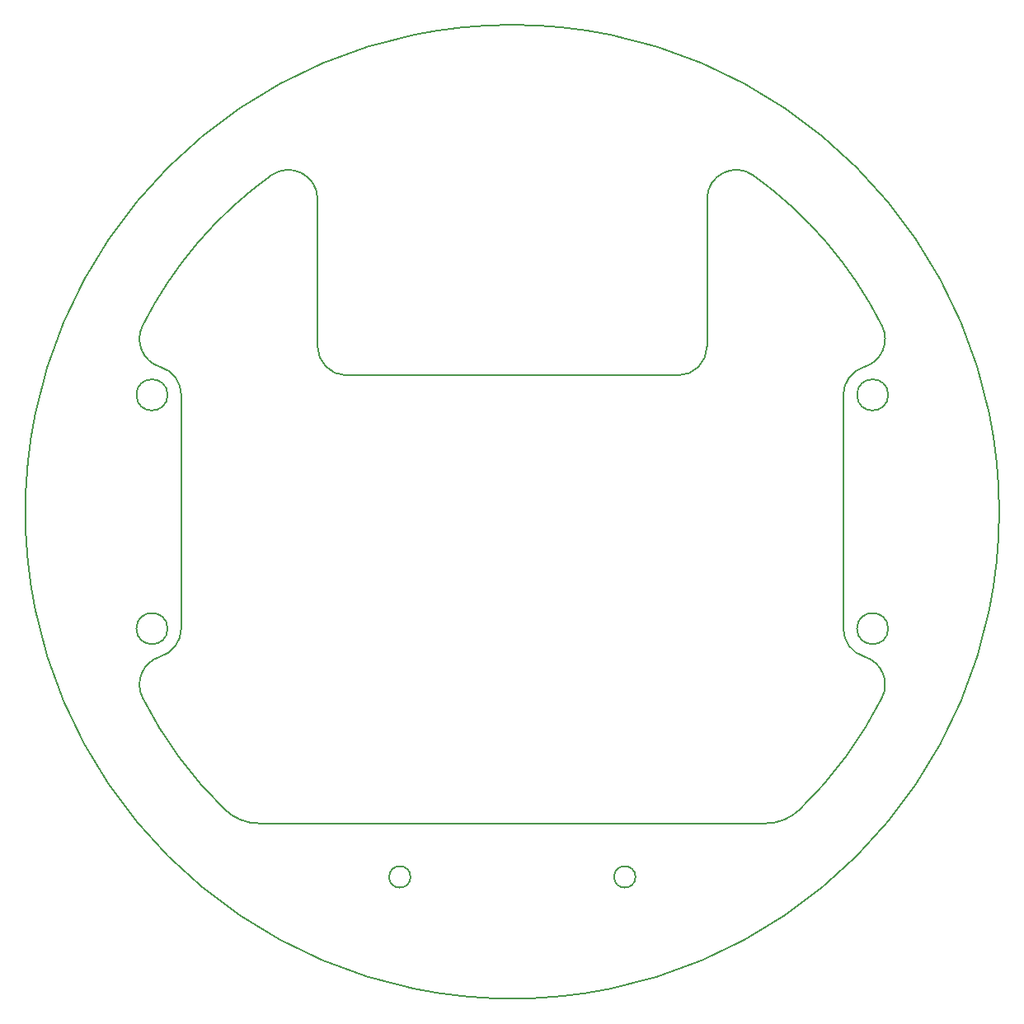
<source format=gbr>
%TF.GenerationSoftware,KiCad,Pcbnew,7.0.9*%
%TF.CreationDate,2024-01-11T17:52:56+09:00*%
%TF.ProjectId,SensorBoard,53656e73-6f72-4426-9f61-72642e6b6963,rev?*%
%TF.SameCoordinates,Original*%
%TF.FileFunction,Profile,NP*%
%FSLAX46Y46*%
G04 Gerber Fmt 4.6, Leading zero omitted, Abs format (unit mm)*
G04 Created by KiCad (PCBNEW 7.0.9) date 2024-01-11 17:52:56*
%MOMM*%
%LPD*%
G01*
G04 APERTURE LIST*
%TA.AperFunction,Profile*%
%ADD10C,0.200000*%
%TD*%
G04 APERTURE END LIST*
D10*
X156738961Y-87600000D02*
X122738961Y-87600000D01*
X173738990Y-113598994D02*
G75*
G03*
X175882495Y-116475145I3000010J-1006D01*
G01*
X178338961Y-89600000D02*
G75*
G03*
X178338961Y-89600000I-1600000J0D01*
G01*
X104338961Y-113600000D02*
G75*
G03*
X104338961Y-113600000I-1600000J0D01*
G01*
X165762988Y-133599992D02*
G75*
G03*
X169232858Y-132200001I12J4999992D01*
G01*
X156738961Y-87599961D02*
G75*
G03*
X159738961Y-84600000I39J2999961D01*
G01*
X159738961Y-69486919D02*
X159738961Y-84600000D01*
X129288961Y-139100001D02*
G75*
G03*
X129288961Y-139100001I-1100000J0D01*
G01*
X177706053Y-120698413D02*
G75*
G03*
X175882495Y-116475147I-2680053J1348113D01*
G01*
X110245076Y-132199989D02*
G75*
G03*
X113714934Y-133600001I3469924J3600089D01*
G01*
X104338961Y-89600000D02*
G75*
G03*
X104338961Y-89600000I-1600000J0D01*
G01*
X169232852Y-132199995D02*
G75*
G03*
X177706059Y-120698416I-29493852J30599995D01*
G01*
X175882487Y-86724827D02*
G75*
G03*
X173738961Y-89599999I856513J-2875173D01*
G01*
X101771803Y-82501554D02*
G75*
G03*
X103595427Y-86724853I2679997J-1348146D01*
G01*
X103595419Y-116475120D02*
G75*
G03*
X105738961Y-113600000I-856419J2875120D01*
G01*
X164485842Y-67047888D02*
G75*
G03*
X159738961Y-69486919I-1746842J-2439012D01*
G01*
X119738961Y-84600000D02*
X119738961Y-69486919D01*
X175882497Y-86724860D02*
G75*
G03*
X177706059Y-82501584I-856497J2875160D01*
G01*
X119739007Y-69486919D02*
G75*
G03*
X114992125Y-67047951I-3000007J19D01*
G01*
X189738961Y-101600000D02*
G75*
G03*
X189738961Y-101600000I-50000000J0D01*
G01*
X101771870Y-120698412D02*
G75*
G03*
X110245064Y-132200001I37967130J19098412D01*
G01*
X177706069Y-82501579D02*
G75*
G03*
X164485797Y-67047951I-37967069J-19098421D01*
G01*
X105738988Y-89599999D02*
G75*
G03*
X103595427Y-86724855I-2999988J-1D01*
G01*
X152388961Y-139100001D02*
G75*
G03*
X152388961Y-139100001I-1100000J0D01*
G01*
X119739000Y-84600000D02*
G75*
G03*
X122738961Y-87600000I3000000J0D01*
G01*
X178338961Y-113600000D02*
G75*
G03*
X178338961Y-113600000I-1600000J0D01*
G01*
X105738961Y-89599999D02*
X105738961Y-113600000D01*
X173738962Y-113598994D02*
X173738961Y-89599999D01*
X103595429Y-116475153D02*
G75*
G03*
X101771863Y-120698416I856471J-2875147D01*
G01*
X114992118Y-67047941D02*
G75*
G03*
X101771863Y-82501584I24746882J-34552059D01*
G01*
X113714934Y-133600001D02*
X165762988Y-133600001D01*
M02*

</source>
